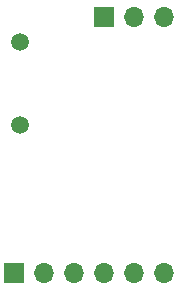
<source format=gbr>
%TF.GenerationSoftware,KiCad,Pcbnew,(5.1.8)-1*%
%TF.CreationDate,2021-11-13T21:13:11+08:00*%
%TF.ProjectId,pcm5102a,70636d35-3130-4326-912e-6b696361645f,rev?*%
%TF.SameCoordinates,Original*%
%TF.FileFunction,Soldermask,Bot*%
%TF.FilePolarity,Negative*%
%FSLAX46Y46*%
G04 Gerber Fmt 4.6, Leading zero omitted, Abs format (unit mm)*
G04 Created by KiCad (PCBNEW (5.1.8)-1) date 2021-11-13 21:13:11*
%MOMM*%
%LPD*%
G01*
G04 APERTURE LIST*
%ADD10O,1.700000X1.700000*%
%ADD11R,1.700000X1.700000*%
%ADD12C,1.500000*%
G04 APERTURE END LIST*
D10*
%TO.C,J3*%
X131080000Y-79500000D03*
X128540000Y-79500000D03*
D11*
X126000000Y-79500000D03*
%TD*%
D10*
%TO.C,J2*%
X131100000Y-101200000D03*
X128560000Y-101200000D03*
X126020000Y-101200000D03*
X123480000Y-101200000D03*
X120940000Y-101200000D03*
D11*
X118400000Y-101200000D03*
%TD*%
D12*
%TO.C,J1*%
X118900000Y-88625000D03*
X118900000Y-81625000D03*
%TD*%
M02*

</source>
